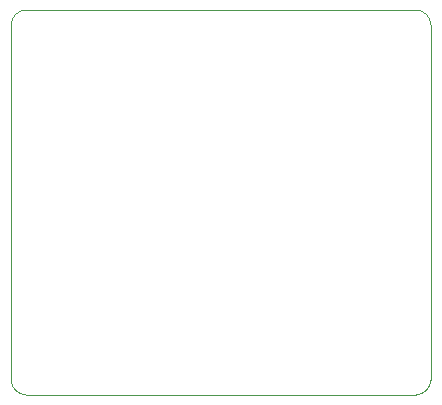
<source format=gm1>
G04 #@! TF.GenerationSoftware,KiCad,Pcbnew,(6.0.0-0)*
G04 #@! TF.CreationDate,2023-05-30T22:12:00-07:00*
G04 #@! TF.ProjectId,breakout,62726561-6b6f-4757-942e-6b696361645f,0.2.0*
G04 #@! TF.SameCoordinates,Original*
G04 #@! TF.FileFunction,Profile,NP*
%FSLAX46Y46*%
G04 Gerber Fmt 4.6, Leading zero omitted, Abs format (unit mm)*
G04 Created by KiCad (PCBNEW (6.0.0-0)) date 2023-05-30 22:12:00*
%MOMM*%
%LPD*%
G01*
G04 APERTURE LIST*
G04 #@! TA.AperFunction,Profile*
%ADD10C,0.100000*%
G04 #@! TD*
G04 APERTURE END LIST*
D10*
X139725400Y-90618174D02*
X139725400Y-104851200D01*
X139725400Y-120650000D02*
G75*
G03*
X140995400Y-121920000I1269999J-1D01*
G01*
X173990000Y-89348174D02*
X156235400Y-89348174D01*
X156235400Y-89348174D02*
X140995400Y-89348174D01*
X173990000Y-121919999D02*
G75*
G03*
X175260000Y-120649999I1J1269999D01*
G01*
X175260000Y-104851199D02*
X175260000Y-120649999D01*
X139725400Y-104851200D02*
X139725400Y-120650000D01*
X175260000Y-90618174D02*
G75*
G03*
X173990000Y-89348174I-1269999J1D01*
G01*
X173990000Y-121919999D02*
X156235400Y-121920000D01*
X156235400Y-121920000D02*
X140995400Y-121920000D01*
X140995400Y-89348174D02*
G75*
G03*
X139725400Y-90618174I-1J-1269999D01*
G01*
X175260000Y-90618174D02*
X175260000Y-104851199D01*
M02*

</source>
